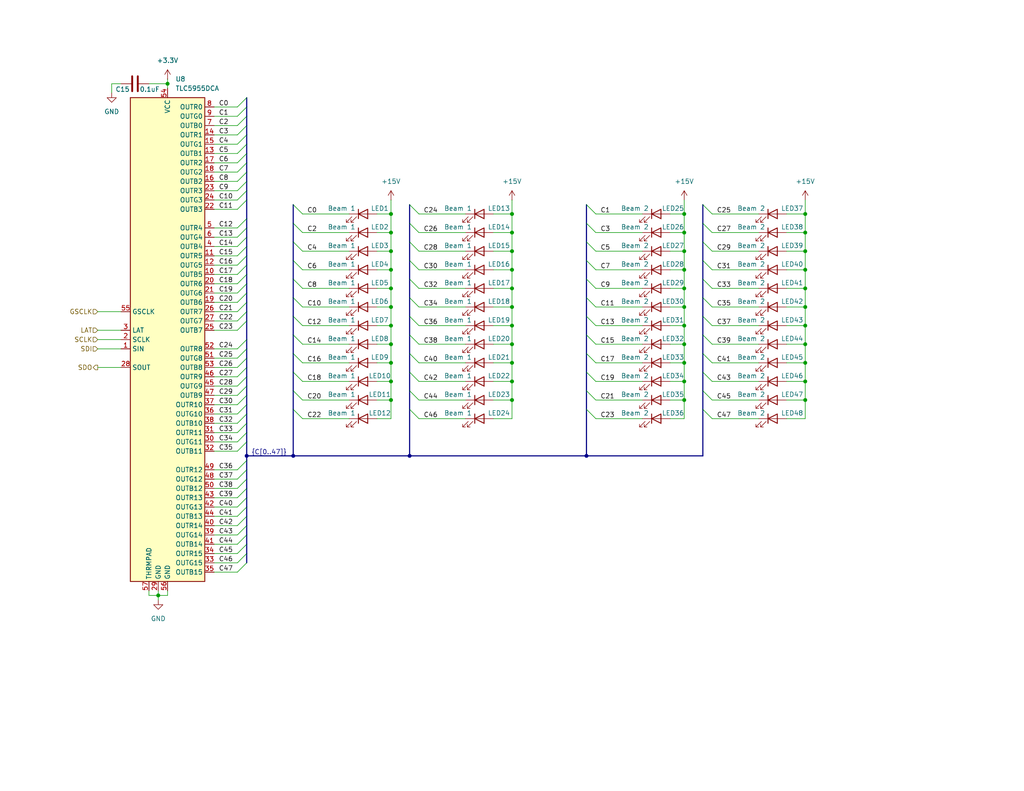
<source format=kicad_sch>
(kicad_sch (version 20250114) (generator "eeschema") (generator_version "9.0")
  (paper "USLetter")
  (lib_symbols
    (symbol "Device:C" (pin_numbers (hide yes)) (pin_names (offset 0.254))
      (property "Reference" "C" (at 0.635 2.54 0))
      (property "Value" "C" (at 0.635 -2.54 0))
      (symbol "C_0_1"
        (polyline (pts (xy -2.032 0.762) (xy 2.032 0.762)) (stroke (width 0.508)))
        (polyline (pts (xy -2.032 -0.762) (xy 2.032 -0.762)) (stroke (width 0.508)))
      )
      (symbol "C_1_1"
        (pin passive line (at 0 3.81 270) (length 2.794) (name "~") (number "1"))
        (pin passive line (at 0 -3.81 90) (length 2.794) (name "~") (number "2"))
      )
    )
    (symbol "Device:LED" (pin_numbers (hide yes)) (pin_names (offset 1.016) (hide yes))
      (property "Reference" "D" (at 0 2.54 0))
      (property "Value" "LED" (at 0 -2.54 0))
      (symbol "LED_0_1"
        (polyline (pts (xy -3.048 -0.762) (xy -4.572 -2.286) (xy -3.81 -2.286) (xy -4.572 -2.286) (xy -4.572 -1.524)))
        (polyline (pts (xy -1.778 -0.762) (xy -3.302 -2.286) (xy -2.54 -2.286) (xy -3.302 -2.286) (xy -3.302 -1.524)))
        (polyline (pts (xy -1.27 0) (xy 1.27 0)))
        (polyline (pts (xy -1.27 -1.27) (xy -1.27 1.27)) (stroke (width 0.254)))
        (polyline (pts (xy 1.27 -1.27) (xy 1.27 1.27) (xy -1.27 0) (xy 1.27 -1.27)) (stroke (width 0.254)))
      )
      (symbol "LED_1_1"
        (pin passive line (at -3.81 0 0) (length 2.54) (name "K") (number "1"))
        (pin passive line (at 3.81 0 180) (length 2.54) (name "A") (number "2"))
      )
    )
    (symbol "power:+15V" (power) (pin_numbers (hide yes)) (pin_names (offset 0) (hide yes))
      (property "Value" "+15V" (at 0 3.556 0))
      (symbol "+15V_0_1"
        (polyline (pts (xy -0.762 1.27) (xy 0 2.54)))
        (polyline (pts (xy 0 2.54) (xy 0.762 1.27)))
        (polyline (pts (xy 0 0) (xy 0 2.54)))
      )
      (symbol "+15V_1_1"
        (pin power_in line (at 0 0 90) (length 0) (name "~") (number "1"))
      )
    )
    (symbol "power:+3.3V" (power) (pin_numbers (hide yes)) (pin_names (offset 0) (hide yes))
      (property "Value" "+3.3V" (at 0 3.556 0))
      (symbol "+3.3V_0_1"
        (polyline (pts (xy -0.762 1.27) (xy 0 2.54)))
        (polyline (pts (xy 0 2.54) (xy 0.762 1.27)))
        (polyline (pts (xy 0 0) (xy 0 2.54)))
      )
      (symbol "+3.3V_1_1"
        (pin power_in line (at 0 0 90) (length 0) (name "~") (number "1"))
      )
    )
    (symbol "power:GND" (power) (pin_numbers (hide yes)) (pin_names (offset 0) (hide yes))
      (property "Value" "GND" (at 0 -3.81 0))
      (symbol "GND_0_1"
        (polyline (pts (xy 0 0) (xy 0 -1.27) (xy 1.27 -1.27) (xy 0 -2.54) (xy -1.27 -1.27) (xy 0 -1.27)))
      )
      (symbol "GND_1_1"
        (pin power_in line (at 0 0 270) (length 0) (name "~") (number "1"))
      )
    )
    (symbol "sen_Driver_LED:TLC5955DCA"
      (property "Reference" "U" (at 2.54 67.31 0))
      (property "Value" "TLC5955DCA" (at 3.302 -67.31 0))
      (symbol "TLC5955DCA_0_1"
        (rectangle (start -10.16 66.04) (end 10.16 -66.04) (stroke (width 0.254)) (fill (type background)))
        (pin open_collector line (at 12.7 63.5 180) (length 2.54) (name "OUTR0") (number "8"))
        (pin open_collector line (at 12.7 60.96 180) (length 2.54) (name "OUTG0") (number "9"))
        (pin open_collector line (at 12.7 55.88 180) (length 2.54) (name "OUTR1") (number "14"))
        (pin open_collector line (at 12.7 53.34 180) (length 2.54) (name "OUTG1") (number "15"))
        (pin open_collector line (at 12.7 50.8 180) (length 2.54) (name "OUTB1") (number "13"))
        (pin open_collector line (at 12.7 48.26 180) (length 2.54) (name "OUTR2") (number "17"))
        (pin open_collector line (at 12.7 45.72 180) (length 2.54) (name "OUTG2") (number "18"))
        (pin open_collector line (at 12.7 43.18 180) (length 2.54) (name "OUTB2") (number "16"))
        (pin open_collector line (at 12.7 40.64 180) (length 2.54) (name "OUTR3") (number "23"))
        (pin open_collector line (at 12.7 38.1 180) (length 2.54) (name "OUTG3") (number "24"))
        (pin open_collector line (at 12.7 35.56 180) (length 2.54) (name "OUTB3") (number "22"))
        (pin open_collector line (at 12.7 22.86 180) (length 2.54) (name "OUTR5") (number "11"))
        (pin open_collector line (at 12.7 20.32 180) (length 2.54) (name "OUTG5") (number "12"))
        (pin open_collector line (at 12.7 17.78 180) (length 2.54) (name "OUTB5") (number "10"))
        (pin open_collector line (at 12.7 15.24 180) (length 2.54) (name "OUTR6") (number "20"))
        (pin open_collector line (at 12.7 12.7 180) (length 2.54) (name "OUTG6") (number "21"))
        (pin open_collector line (at 12.7 10.16 180) (length 2.54) (name "OUTB6") (number "19"))
        (pin open_collector line (at 12.7 7.62 180) (length 2.54) (name "OUTR7") (number "26"))
        (pin open_collector line (at 12.7 5.08 180) (length 2.54) (name "OUTG7") (number "27"))
        (pin open_collector line (at 12.7 2.54 180) (length 2.54) (name "OUTB7") (number "25"))
        (pin open_collector line (at 12.7 -2.54 180) (length 2.54) (name "OUTR8") (number "52"))
        (pin open_collector line (at 12.7 -5.08 180) (length 2.54) (name "OUTG8") (number "51"))
        (pin open_collector line (at 12.7 -7.62 180) (length 2.54) (name "OUTB8") (number "53"))
        (pin open_collector line (at 12.7 -10.16 180) (length 2.54) (name "OUTR9") (number "46"))
        (pin open_collector line (at 12.7 -12.7 180) (length 2.54) (name "OUTG9") (number "45"))
        (pin open_collector line (at 12.7 -15.24 180) (length 2.54) (name "OUTB9") (number "47"))
        (pin open_collector line (at 12.7 -17.78 180) (length 2.54) (name "OUTR10") (number "37"))
        (pin open_collector line (at 12.7 -20.32 180) (length 2.54) (name "OUTG10") (number "36"))
        (pin open_collector line (at 12.7 -22.86 180) (length 2.54) (name "OUTB10") (number "38"))
        (pin open_collector line (at 12.7 -25.4 180) (length 2.54) (name "OUTR11") (number "31"))
        (pin open_collector line (at 12.7 -27.94 180) (length 2.54) (name "OUTG11") (number "30"))
        (pin open_collector line (at 12.7 -30.48 180) (length 2.54) (name "OUTB11") (number "32"))
        (pin open_collector line (at 12.7 -35.56 180) (length 2.54) (name "OUTR12") (number "49"))
        (pin open_collector line (at 12.7 -38.1 180) (length 2.54) (name "OUTG12") (number "48"))
        (pin open_collector line (at 12.7 -40.64 180) (length 2.54) (name "OUTB12") (number "50"))
        (pin open_collector line (at 12.7 -43.18 180) (length 2.54) (name "OUTR13") (number "43"))
        (pin open_collector line (at 12.7 -45.72 180) (length 2.54) (name "OUTG13") (number "42"))
        (pin open_collector line (at 12.7 -48.26 180) (length 2.54) (name "OUTB13") (number "44"))
        (pin open_collector line (at 12.7 -50.8 180) (length 2.54) (name "OUTR14") (number "40"))
        (pin open_collector line (at 12.7 -53.34 180) (length 2.54) (name "OUTG14") (number "39"))
        (pin open_collector line (at 12.7 -55.88 180) (length 2.54) (name "OUTB14") (number "41"))
        (pin open_collector line (at 12.7 -58.42 180) (length 2.54) (name "OUTR15") (number "34"))
        (pin open_collector line (at 12.7 -60.96 180) (length 2.54) (name "OUTG15") (number "33"))
        (pin open_collector line (at 12.7 -63.5 180) (length 2.54) (name "OUTB15") (number "35"))
      )
      (symbol "TLC5955DCA_1_1"
        (pin input line (at -12.7 7.62 0) (length 2.54) (name "GSCLK") (number "55"))
        (pin input line (at -12.7 2.54 0) (length 2.54) (name "LAT") (number "3"))
        (pin input line (at -12.7 0 0) (length 2.54) (name "SCLK") (number "2"))
        (pin input line (at -12.7 -2.54 0) (length 2.54) (name "SIN") (number "1"))
        (pin output line (at -12.7 -7.62 0) (length 2.54) (name "SOUT") (number "28"))
        (pin power_in line (at -5.08 -68.58 90) (length 2.54) (name "THRMPAD") (number "57"))
        (pin power_in line (at -2.54 -68.58 90) (length 2.54) (name "GND") (number "29"))
        (pin power_in line (at 0 68.58 270) (length 2.54) (name "VCC") (number "54"))
        (pin power_in line (at 0 -68.58 90) (length 2.54) (name "GND") (number "56"))
        (pin open_collector line (at 12.7 58.42 180) (length 2.54) (name "OUTB0") (number "7"))
        (pin open_collector line (at 12.7 30.48 180) (length 2.54) (name "OUTR4") (number "5"))
        (pin open_collector line (at 12.7 27.94 180) (length 2.54) (name "OUTG4") (number "6"))
        (pin open_collector line (at 12.7 25.4 180) (length 2.54) (name "OUTB4") (number "4"))
      )
    )
  )
  (junction (at 219.71 93.98))
  (junction (at 139.7 93.98))
  (junction (at 106.68 104.14))
  (junction (at 139.7 104.14))
  (junction (at 45.72 22.86))
  (junction (at 219.71 73.66))
  (junction (at 106.68 73.66))
  (junction (at 186.69 109.22))
  (junction (at 139.7 78.74))
  (junction (at 106.68 58.42))
  (junction (at 160.02 124.46))
  (junction (at 106.68 99.06))
  (junction (at 139.7 109.22))
  (junction (at 139.7 58.42))
  (junction (at 80.01 124.46))
  (junction (at 106.68 93.98))
  (junction (at 106.68 68.58))
  (junction (at 186.69 68.58))
  (junction (at 186.69 58.42))
  (junction (at 111.76 124.46))
  (junction (at 219.71 63.5))
  (junction (at 106.68 78.74))
  (junction (at 67.31 124.46))
  (junction (at 186.69 93.98))
  (junction (at 186.69 83.82))
  (junction (at 219.71 109.22))
  (junction (at 186.69 99.06))
  (junction (at 139.7 73.66))
  (junction (at 219.71 58.42))
  (junction (at 43.18 162.56))
  (junction (at 219.71 78.74))
  (junction (at 219.71 104.14))
  (junction (at 219.71 83.82))
  (junction (at 139.7 68.58))
  (junction (at 186.69 73.66))
  (junction (at 139.7 99.06))
  (junction (at 139.7 83.82))
  (junction (at 139.7 88.9))
  (junction (at 186.69 104.14))
  (junction (at 186.69 78.74))
  (junction (at 106.68 63.5))
  (junction (at 139.7 63.5))
  (junction (at 106.68 88.9))
  (junction (at 186.69 63.5))
  (junction (at 106.68 109.22))
  (junction (at 106.68 83.82))
  (junction (at 219.71 68.58))
  (junction (at 186.69 88.9))
  (junction (at 219.71 88.9))
  (junction (at 219.71 99.06))
  (bus_entry (at 67.31 69.85) (size -2.54 2.54))
  (bus_entry (at 67.31 115.57) (size -2.54 2.54))
  (bus_entry (at 67.31 102.87) (size -2.54 2.54))
  (bus_entry (at 82.55 58.42) (size -2.54 -2.54))
  (bus_entry (at 67.31 74.93) (size -2.54 2.54))
  (bus_entry (at 67.31 87.63) (size -2.54 2.54))
  (bus_entry (at 67.31 151.13) (size -2.54 2.54))
  (bus_entry (at 67.31 107.95) (size -2.54 2.54))
  (bus_entry (at 114.3 88.9) (size -2.54 -2.54))
  (bus_entry (at 162.56 73.66) (size -2.54 -2.54))
  (bus_entry (at 114.3 99.06) (size -2.54 -2.54))
  (bus_entry (at 67.31 118.11) (size -2.54 2.54))
  (bus_entry (at 67.31 77.47) (size -2.54 2.54))
  (bus_entry (at 82.55 114.3) (size -2.54 -2.54))
  (bus_entry (at 114.3 58.42) (size -2.54 -2.54))
  (bus_entry (at 194.31 99.06) (size -2.54 -2.54))
  (bus_entry (at 82.55 83.82) (size -2.54 -2.54))
  (bus_entry (at 67.31 100.33) (size -2.54 2.54))
  (bus_entry (at 82.55 104.14) (size -2.54 -2.54))
  (bus_entry (at 194.31 114.3) (size -2.54 -2.54))
  (bus_entry (at 162.56 63.5) (size -2.54 -2.54))
  (bus_entry (at 67.31 110.49) (size -2.54 2.54))
  (bus_entry (at 67.31 72.39) (size -2.54 2.54))
  (bus_entry (at 67.31 130.81) (size -2.54 2.54))
  (bus_entry (at 114.3 78.74) (size -2.54 -2.54))
  (bus_entry (at 114.3 114.3) (size -2.54 -2.54))
  (bus_entry (at 114.3 73.66) (size -2.54 -2.54))
  (bus_entry (at 67.31 54.61) (size -2.54 2.54))
  (bus_entry (at 82.55 93.98) (size -2.54 -2.54))
  (bus_entry (at 82.55 109.22) (size -2.54 -2.54))
  (bus_entry (at 67.31 135.89) (size -2.54 2.54))
  (bus_entry (at 67.31 64.77) (size -2.54 2.54))
  (bus_entry (at 194.31 88.9) (size -2.54 -2.54))
  (bus_entry (at 194.31 104.14) (size -2.54 -2.54))
  (bus_entry (at 114.3 109.22) (size -2.54 -2.54))
  (bus_entry (at 67.31 62.23) (size -2.54 2.54))
  (bus_entry (at 67.31 80.01) (size -2.54 2.54))
  (bus_entry (at 67.31 105.41) (size -2.54 2.54))
  (bus_entry (at 162.56 78.74) (size -2.54 -2.54))
  (bus_entry (at 194.31 68.58) (size -2.54 -2.54))
  (bus_entry (at 194.31 109.22) (size -2.54 -2.54))
  (bus_entry (at 67.31 29.21) (size -2.54 2.54))
  (bus_entry (at 67.31 26.67) (size -2.54 2.54))
  (bus_entry (at 67.31 44.45) (size -2.54 2.54))
  (bus_entry (at 67.31 148.59) (size -2.54 2.54))
  (bus_entry (at 67.31 153.67) (size -2.54 2.54))
  (bus_entry (at 82.55 68.58) (size -2.54 -2.54))
  (bus_entry (at 162.56 88.9) (size -2.54 -2.54))
  (bus_entry (at 194.31 83.82) (size -2.54 -2.54))
  (bus_entry (at 67.31 125.73) (size -2.54 2.54))
  (bus_entry (at 82.55 88.9) (size -2.54 -2.54))
  (bus_entry (at 82.55 73.66) (size -2.54 -2.54))
  (bus_entry (at 194.31 93.98) (size -2.54 -2.54))
  (bus_entry (at 67.31 92.71) (size -2.54 2.54))
  (bus_entry (at 67.31 41.91) (size -2.54 2.54))
  (bus_entry (at 67.31 67.31) (size -2.54 2.54))
  (bus_entry (at 67.31 133.35) (size -2.54 2.54))
  (bus_entry (at 162.56 109.22) (size -2.54 -2.54))
  (bus_entry (at 162.56 104.14) (size -2.54 -2.54))
  (bus_entry (at 114.3 104.14) (size -2.54 -2.54))
  (bus_entry (at 67.31 39.37) (size -2.54 2.54))
  (bus_entry (at 114.3 63.5) (size -2.54 -2.54))
  (bus_entry (at 67.31 36.83) (size -2.54 2.54))
  (bus_entry (at 82.55 78.74) (size -2.54 -2.54))
  (bus_entry (at 162.56 83.82) (size -2.54 -2.54))
  (bus_entry (at 67.31 143.51) (size -2.54 2.54))
  (bus_entry (at 67.31 46.99) (size -2.54 2.54))
  (bus_entry (at 162.56 68.58) (size -2.54 -2.54))
  (bus_entry (at 67.31 85.09) (size -2.54 2.54))
  (bus_entry (at 67.31 128.27) (size -2.54 2.54))
  (bus_entry (at 67.31 59.69) (size -2.54 2.54))
  (bus_entry (at 67.31 138.43) (size -2.54 2.54))
  (bus_entry (at 114.3 83.82) (size -2.54 -2.54))
  (bus_entry (at 114.3 68.58) (size -2.54 -2.54))
  (bus_entry (at 67.31 34.29) (size -2.54 2.54))
  (bus_entry (at 162.56 99.06) (size -2.54 -2.54))
  (bus_entry (at 67.31 140.97) (size -2.54 2.54))
  (bus_entry (at 114.3 93.98) (size -2.54 -2.54))
  (bus_entry (at 67.31 95.25) (size -2.54 2.54))
  (bus_entry (at 82.55 63.5) (size -2.54 -2.54))
  (bus_entry (at 162.56 58.42) (size -2.54 -2.54))
  (bus_entry (at 162.56 114.3) (size -2.54 -2.54))
  (bus_entry (at 67.31 120.65) (size -2.54 2.54))
  (bus_entry (at 67.31 97.79) (size -2.54 2.54))
  (bus_entry (at 194.31 58.42) (size -2.54 -2.54))
  (bus_entry (at 67.31 31.75) (size -2.54 2.54))
  (bus_entry (at 67.31 146.05) (size -2.54 2.54))
  (bus_entry (at 67.31 52.07) (size -2.54 2.54))
  (bus_entry (at 67.31 82.55) (size -2.54 2.54))
  (bus_entry (at 67.31 113.03) (size -2.54 2.54))
  (bus_entry (at 67.31 49.53) (size -2.54 2.54))
  (bus_entry (at 82.55 99.06) (size -2.54 -2.54))
  (bus_entry (at 194.31 78.74) (size -2.54 -2.54))
  (bus_entry (at 194.31 63.5) (size -2.54 -2.54))
  (bus_entry (at 162.56 93.98) (size -2.54 -2.54))
  (bus_entry (at 194.31 73.66) (size -2.54 -2.54))
  (bus (pts (xy 191.77 106.68) (xy 191.77 111.76)))
  (wire (pts (xy 30.48 22.86) (xy 33.02 22.86)))
  (wire (pts (xy 58.42 82.55) (xy 64.77 82.55)))
  (wire (pts (xy 139.7 88.9) (xy 139.7 83.82)))
  (wire (pts (xy 162.56 99.06) (xy 175.26 99.06)))
  (wire (pts (xy 139.7 83.82) (xy 139.7 78.74)))
  (bus (pts (xy 111.76 111.76) (xy 111.76 124.46)))
  (wire (pts (xy 58.42 97.79) (xy 64.77 97.79)))
  (wire (pts (xy 186.69 68.58) (xy 186.69 63.5)))
  (bus (pts (xy 67.31 102.87) (xy 67.31 105.41)))
  (wire (pts (xy 162.56 83.82) (xy 175.26 83.82)))
  (wire (pts (xy 186.69 83.82) (xy 186.69 78.74)))
  (bus (pts (xy 111.76 106.68) (xy 111.76 111.76)))
  (wire (pts (xy 134.62 99.06) (xy 139.7 99.06)))
  (bus (pts (xy 160.02 86.36) (xy 160.02 91.44)))
  (wire (pts (xy 214.63 114.3) (xy 219.71 114.3)))
  (wire (pts (xy 58.42 146.05) (xy 64.77 146.05)))
  (wire (pts (xy 58.42 128.27) (xy 64.77 128.27)))
  (bus (pts (xy 191.77 71.12) (xy 191.77 76.2)))
  (wire (pts (xy 106.68 99.06) (xy 106.68 93.98)))
  (wire (pts (xy 40.64 162.56) (xy 43.18 162.56)))
  (wire (pts (xy 114.3 68.58) (xy 127 68.58)))
  (bus (pts (xy 67.31 29.21) (xy 67.31 31.75)))
  (bus (pts (xy 67.31 120.65) (xy 67.31 124.46)))
  (wire (pts (xy 58.42 52.07) (xy 64.77 52.07)))
  (wire (pts (xy 219.71 93.98) (xy 219.71 88.9)))
  (wire (pts (xy 58.42 74.93) (xy 64.77 74.93)))
  (wire (pts (xy 134.62 63.5) (xy 139.7 63.5)))
  (wire (pts (xy 58.42 67.31) (xy 64.77 67.31)))
  (wire (pts (xy 114.3 104.14) (xy 127 104.14)))
  (wire (pts (xy 58.42 57.15) (xy 64.77 57.15)))
  (bus (pts (xy 80.01 86.36) (xy 80.01 91.44)))
  (bus (pts (xy 111.76 81.28) (xy 111.76 86.36)))
  (wire (pts (xy 162.56 104.14) (xy 175.26 104.14)))
  (bus (pts (xy 67.31 97.79) (xy 67.31 100.33)))
  (wire (pts (xy 106.68 83.82) (xy 106.68 78.74)))
  (wire (pts (xy 134.62 114.3) (xy 139.7 114.3)))
  (wire (pts (xy 45.72 162.56) (xy 45.72 161.29)))
  (bus (pts (xy 67.31 26.67) (xy 67.31 29.21)))
  (wire (pts (xy 58.42 31.75) (xy 64.77 31.75)))
  (wire (pts (xy 58.42 62.23) (xy 64.77 62.23)))
  (bus (pts (xy 67.31 41.91) (xy 67.31 44.45)))
  (wire (pts (xy 139.7 109.22) (xy 139.7 104.14)))
  (wire (pts (xy 134.62 58.42) (xy 139.7 58.42)))
  (wire (pts (xy 139.7 63.5) (xy 139.7 58.42)))
  (bus (pts (xy 160.02 81.28) (xy 160.02 86.36)))
  (wire (pts (xy 182.88 93.98) (xy 186.69 93.98)))
  (bus (pts (xy 67.31 64.77) (xy 67.31 67.31)))
  (wire (pts (xy 58.42 107.95) (xy 64.77 107.95)))
  (bus (pts (xy 80.01 124.46) (xy 111.76 124.46)))
  (wire (pts (xy 58.42 138.43) (xy 64.77 138.43)))
  (wire (pts (xy 186.69 93.98) (xy 186.69 88.9)))
  (bus (pts (xy 160.02 96.52) (xy 160.02 101.6)))
  (wire (pts (xy 162.56 78.74) (xy 175.26 78.74)))
  (wire (pts (xy 106.68 114.3) (xy 106.68 109.22)))
  (wire (pts (xy 43.18 161.29) (xy 43.18 162.56)))
  (bus (pts (xy 67.31 125.73) (xy 67.31 128.27)))
  (wire (pts (xy 186.69 78.74) (xy 186.69 73.66)))
  (wire (pts (xy 114.3 88.9) (xy 127 88.9)))
  (wire (pts (xy 43.18 162.56) (xy 43.18 163.83)))
  (wire (pts (xy 58.42 130.81) (xy 64.77 130.81)))
  (bus (pts (xy 111.76 60.96) (xy 111.76 66.04)))
  (wire (pts (xy 219.71 78.74) (xy 219.71 73.66)))
  (wire (pts (xy 58.42 29.21) (xy 64.77 29.21)))
  (wire (pts (xy 102.87 88.9) (xy 106.68 88.9)))
  (wire (pts (xy 194.31 99.06) (xy 207.01 99.06)))
  (wire (pts (xy 219.71 99.06) (xy 219.71 93.98)))
  (bus (pts (xy 80.01 60.96) (xy 80.01 66.04)))
  (wire (pts (xy 114.3 63.5) (xy 127 63.5)))
  (wire (pts (xy 214.63 78.74) (xy 219.71 78.74)))
  (bus (pts (xy 67.31 110.49) (xy 67.31 113.03)))
  (wire (pts (xy 134.62 109.22) (xy 139.7 109.22)))
  (bus (pts (xy 67.31 130.81) (xy 67.31 133.35)))
  (wire (pts (xy 82.55 68.58) (xy 95.25 68.58)))
  (bus (pts (xy 160.02 106.68) (xy 160.02 111.76)))
  (wire (pts (xy 58.42 148.59) (xy 64.77 148.59)))
  (wire (pts (xy 26.67 95.25) (xy 33.02 95.25)))
  (bus (pts (xy 67.31 133.35) (xy 67.31 135.89)))
  (wire (pts (xy 219.71 73.66) (xy 219.71 68.58)))
  (bus (pts (xy 67.31 36.83) (xy 67.31 39.37)))
  (bus (pts (xy 67.31 54.61) (xy 67.31 59.69)))
  (bus (pts (xy 80.01 96.52) (xy 80.01 101.6)))
  (bus (pts (xy 191.77 76.2) (xy 191.77 81.28)))
  (wire (pts (xy 182.88 73.66) (xy 186.69 73.66)))
  (bus (pts (xy 191.77 86.36) (xy 191.77 91.44)))
  (wire (pts (xy 182.88 63.5) (xy 186.69 63.5)))
  (bus (pts (xy 67.31 115.57) (xy 67.31 118.11)))
  (wire (pts (xy 82.55 99.06) (xy 95.25 99.06)))
  (bus (pts (xy 67.31 135.89) (xy 67.31 138.43)))
  (wire (pts (xy 106.68 78.74) (xy 106.68 73.66)))
  (bus (pts (xy 80.01 71.12) (xy 80.01 76.2)))
  (wire (pts (xy 58.42 140.97) (xy 64.77 140.97)))
  (wire (pts (xy 82.55 109.22) (xy 95.25 109.22)))
  (bus (pts (xy 111.76 96.52) (xy 111.76 101.6)))
  (bus (pts (xy 67.31 34.29) (xy 67.31 36.83)))
  (wire (pts (xy 58.42 110.49) (xy 64.77 110.49)))
  (wire (pts (xy 102.87 109.22) (xy 106.68 109.22)))
  (wire (pts (xy 102.87 104.14) (xy 106.68 104.14)))
  (wire (pts (xy 139.7 104.14) (xy 139.7 99.06)))
  (bus (pts (xy 67.31 151.13) (xy 67.31 153.67)))
  (wire (pts (xy 219.71 63.5) (xy 219.71 58.42)))
  (wire (pts (xy 214.63 68.58) (xy 219.71 68.58)))
  (bus (pts (xy 191.77 60.96) (xy 191.77 66.04)))
  (wire (pts (xy 58.42 100.33) (xy 64.77 100.33)))
  (wire (pts (xy 182.88 99.06) (xy 186.69 99.06)))
  (wire (pts (xy 82.55 58.42) (xy 95.25 58.42)))
  (wire (pts (xy 58.42 41.91) (xy 64.77 41.91)))
  (wire (pts (xy 58.42 143.51) (xy 64.77 143.51)))
  (wire (pts (xy 58.42 87.63) (xy 64.77 87.63)))
  (wire (pts (xy 134.62 68.58) (xy 139.7 68.58)))
  (bus (pts (xy 160.02 66.04) (xy 160.02 71.12)))
  (bus (pts (xy 191.77 91.44) (xy 191.77 96.52)))
  (wire (pts (xy 82.55 104.14) (xy 95.25 104.14)))
  (bus (pts (xy 67.31 44.45) (xy 67.31 46.99)))
  (wire (pts (xy 58.42 77.47) (xy 64.77 77.47)))
  (wire (pts (xy 194.31 104.14) (xy 207.01 104.14)))
  (wire (pts (xy 82.55 88.9) (xy 95.25 88.9)))
  (bus (pts (xy 111.76 91.44) (xy 111.76 96.52)))
  (wire (pts (xy 194.31 114.3) (xy 207.01 114.3)))
  (wire (pts (xy 194.31 83.82) (xy 207.01 83.82)))
  (bus (pts (xy 67.31 128.27) (xy 67.31 130.81)))
  (wire (pts (xy 82.55 93.98) (xy 95.25 93.98)))
  (bus (pts (xy 67.31 143.51) (xy 67.31 146.05)))
  (bus (pts (xy 111.76 76.2) (xy 111.76 81.28)))
  (bus (pts (xy 67.31 85.09) (xy 67.31 87.63)))
  (wire (pts (xy 162.56 109.22) (xy 175.26 109.22)))
  (wire (pts (xy 82.55 83.82) (xy 95.25 83.82)))
  (wire (pts (xy 58.42 105.41) (xy 64.77 105.41)))
  (wire (pts (xy 40.64 22.86) (xy 45.72 22.86)))
  (bus (pts (xy 67.31 124.46) (xy 67.31 125.73)))
  (bus (pts (xy 111.76 86.36) (xy 111.76 91.44)))
  (wire (pts (xy 58.42 85.09) (xy 64.77 85.09)))
  (bus (pts (xy 67.31 39.37) (xy 67.31 41.91)))
  (wire (pts (xy 58.42 44.45) (xy 64.77 44.45)))
  (bus (pts (xy 67.31 95.25) (xy 67.31 97.79)))
  (wire (pts (xy 114.3 83.82) (xy 127 83.82)))
  (wire (pts (xy 114.3 99.06) (xy 127 99.06)))
  (wire (pts (xy 134.62 104.14) (xy 139.7 104.14)))
  (wire (pts (xy 58.42 113.03) (xy 64.77 113.03)))
  (bus (pts (xy 67.31 59.69) (xy 67.31 62.23)))
  (wire (pts (xy 26.67 100.33) (xy 33.02 100.33)))
  (wire (pts (xy 182.88 78.74) (xy 186.69 78.74)))
  (wire (pts (xy 102.87 78.74) (xy 106.68 78.74)))
  (wire (pts (xy 40.64 161.29) (xy 40.64 162.56)))
  (wire (pts (xy 58.42 80.01) (xy 64.77 80.01)))
  (bus (pts (xy 160.02 111.76) (xy 160.02 124.46)))
  (wire (pts (xy 106.68 104.14) (xy 106.68 99.06)))
  (wire (pts (xy 182.88 58.42) (xy 186.69 58.42)))
  (bus (pts (xy 191.77 101.6) (xy 191.77 106.68)))
  (wire (pts (xy 194.31 93.98) (xy 207.01 93.98)))
  (wire (pts (xy 102.87 99.06) (xy 106.68 99.06)))
  (wire (pts (xy 134.62 78.74) (xy 139.7 78.74)))
  (wire (pts (xy 219.71 109.22) (xy 219.71 104.14)))
  (wire (pts (xy 219.71 88.9) (xy 219.71 83.82)))
  (wire (pts (xy 186.69 63.5) (xy 186.69 58.42)))
  (wire (pts (xy 102.87 68.58) (xy 106.68 68.58)))
  (bus (pts (xy 67.31 46.99) (xy 67.31 49.53)))
  (bus (pts (xy 67.31 140.97) (xy 67.31 143.51)))
  (wire (pts (xy 58.42 115.57) (xy 64.77 115.57)))
  (wire (pts (xy 162.56 63.5) (xy 175.26 63.5)))
  (wire (pts (xy 162.56 93.98) (xy 175.26 93.98)))
  (bus (pts (xy 67.31 62.23) (xy 67.31 64.77)))
  (wire (pts (xy 186.69 104.14) (xy 186.69 99.06)))
  (bus (pts (xy 160.02 60.96) (xy 160.02 66.04)))
  (wire (pts (xy 102.87 73.66) (xy 106.68 73.66)))
  (wire (pts (xy 214.63 99.06) (xy 219.71 99.06)))
  (wire (pts (xy 58.42 46.99) (xy 64.77 46.99)))
  (wire (pts (xy 182.88 104.14) (xy 186.69 104.14)))
  (bus (pts (xy 67.31 146.05) (xy 67.31 148.59)))
  (bus (pts (xy 67.31 113.03) (xy 67.31 115.57)))
  (bus (pts (xy 80.01 101.6) (xy 80.01 106.68)))
  (wire (pts (xy 182.88 114.3) (xy 186.69 114.3)))
  (wire (pts (xy 58.42 49.53) (xy 64.77 49.53)))
  (bus (pts (xy 67.31 49.53) (xy 67.31 52.07)))
  (wire (pts (xy 134.62 83.82) (xy 139.7 83.82)))
  (wire (pts (xy 186.69 54.61) (xy 186.69 58.42)))
  (bus (pts (xy 160.02 55.88) (xy 160.02 60.96)))
  (wire (pts (xy 194.31 58.42) (xy 207.01 58.42)))
  (bus (pts (xy 80.01 106.68) (xy 80.01 111.76)))
  (wire (pts (xy 106.68 68.58) (xy 106.68 63.5)))
  (bus (pts (xy 111.76 66.04) (xy 111.76 71.12)))
  (wire (pts (xy 194.31 78.74) (xy 207.01 78.74)))
  (wire (pts (xy 162.56 73.66) (xy 175.26 73.66)))
  (wire (pts (xy 114.3 78.74) (xy 127 78.74)))
  (wire (pts (xy 182.88 109.22) (xy 186.69 109.22)))
  (bus (pts (xy 160.02 124.46) (xy 191.77 124.46)))
  (wire (pts (xy 219.71 104.14) (xy 219.71 99.06)))
  (wire (pts (xy 58.42 72.39) (xy 64.77 72.39)))
  (bus (pts (xy 160.02 91.44) (xy 160.02 96.52)))
  (bus (pts (xy 191.77 81.28) (xy 191.77 86.36)))
  (wire (pts (xy 114.3 114.3) (xy 127 114.3)))
  (bus (pts (xy 67.31 92.71) (xy 67.31 95.25)))
  (bus (pts (xy 111.76 71.12) (xy 111.76 76.2)))
  (wire (pts (xy 58.42 34.29) (xy 64.77 34.29)))
  (wire (pts (xy 58.42 102.87) (xy 64.77 102.87)))
  (wire (pts (xy 182.88 68.58) (xy 186.69 68.58)))
  (bus (pts (xy 80.01 91.44) (xy 80.01 96.52)))
  (bus (pts (xy 80.01 111.76) (xy 80.01 124.46)))
  (wire (pts (xy 114.3 93.98) (xy 127 93.98)))
  (wire (pts (xy 26.67 85.09) (xy 33.02 85.09)))
  (bus (pts (xy 67.31 100.33) (xy 67.31 102.87)))
  (wire (pts (xy 45.72 22.86) (xy 45.72 24.13)))
  (wire (pts (xy 139.7 99.06) (xy 139.7 93.98)))
  (bus (pts (xy 191.77 66.04) (xy 191.77 71.12)))
  (bus (pts (xy 80.01 55.88) (xy 80.01 60.96)))
  (wire (pts (xy 182.88 88.9) (xy 186.69 88.9)))
  (wire (pts (xy 58.42 54.61) (xy 64.77 54.61)))
  (bus (pts (xy 67.31 124.46) (xy 80.01 124.46)))
  (wire (pts (xy 139.7 114.3) (xy 139.7 109.22)))
  (wire (pts (xy 58.42 118.11) (xy 64.77 118.11)))
  (bus (pts (xy 67.31 118.11) (xy 67.31 120.65)))
  (wire (pts (xy 102.87 58.42) (xy 106.68 58.42)))
  (bus (pts (xy 67.31 82.55) (xy 67.31 85.09)))
  (bus (pts (xy 80.01 66.04) (xy 80.01 71.12)))
  (wire (pts (xy 58.42 153.67) (xy 64.77 153.67)))
  (bus (pts (xy 67.31 52.07) (xy 67.31 54.61)))
  (wire (pts (xy 162.56 58.42) (xy 175.26 58.42)))
  (wire (pts (xy 82.55 73.66) (xy 95.25 73.66)))
  (bus (pts (xy 160.02 101.6) (xy 160.02 106.68)))
  (wire (pts (xy 186.69 73.66) (xy 186.69 68.58)))
  (wire (pts (xy 214.63 83.82) (xy 219.71 83.82)))
  (wire (pts (xy 106.68 54.61) (xy 106.68 58.42)))
  (wire (pts (xy 214.63 93.98) (xy 219.71 93.98)))
  (bus (pts (xy 67.31 107.95) (xy 67.31 110.49)))
  (wire (pts (xy 214.63 73.66) (xy 219.71 73.66)))
  (bus (pts (xy 67.31 69.85) (xy 67.31 72.39)))
  (bus (pts (xy 67.31 67.31) (xy 67.31 69.85)))
  (wire (pts (xy 219.71 68.58) (xy 219.71 63.5)))
  (bus (pts (xy 160.02 71.12) (xy 160.02 76.2)))
  (wire (pts (xy 162.56 114.3) (xy 175.26 114.3)))
  (wire (pts (xy 26.67 90.17) (xy 33.02 90.17)))
  (bus (pts (xy 67.31 74.93) (xy 67.31 77.47)))
  (wire (pts (xy 182.88 83.82) (xy 186.69 83.82)))
  (wire (pts (xy 219.71 54.61) (xy 219.71 58.42)))
  (bus (pts (xy 67.31 72.39) (xy 67.31 74.93)))
  (wire (pts (xy 134.62 93.98) (xy 139.7 93.98)))
  (wire (pts (xy 214.63 58.42) (xy 219.71 58.42)))
  (wire (pts (xy 58.42 123.19) (xy 64.77 123.19)))
  (wire (pts (xy 58.42 36.83) (xy 64.77 36.83)))
  (wire (pts (xy 58.42 120.65) (xy 64.77 120.65)))
  (wire (pts (xy 106.68 73.66) (xy 106.68 68.58)))
  (bus (pts (xy 67.31 105.41) (xy 67.31 107.95)))
  (bus (pts (xy 67.31 77.47) (xy 67.31 80.01)))
  (wire (pts (xy 194.31 68.58) (xy 207.01 68.58)))
  (wire (pts (xy 58.42 39.37) (xy 64.77 39.37)))
  (wire (pts (xy 102.87 93.98) (xy 106.68 93.98)))
  (wire (pts (xy 45.72 21.59) (xy 45.72 22.86)))
  (wire (pts (xy 162.56 68.58) (xy 175.26 68.58)))
  (wire (pts (xy 58.42 151.13) (xy 64.77 151.13)))
  (wire (pts (xy 58.42 90.17) (xy 64.77 90.17)))
  (bus (pts (xy 191.77 96.52) (xy 191.77 101.6)))
  (wire (pts (xy 58.42 135.89) (xy 64.77 135.89)))
  (wire (pts (xy 58.42 69.85) (xy 64.77 69.85)))
  (wire (pts (xy 139.7 93.98) (xy 139.7 88.9)))
  (wire (pts (xy 214.63 104.14) (xy 219.71 104.14)))
  (wire (pts (xy 30.48 25.4) (xy 30.48 22.86)))
  (wire (pts (xy 219.71 114.3) (xy 219.71 109.22)))
  (bus (pts (xy 67.31 87.63) (xy 67.31 92.71)))
  (bus (pts (xy 67.31 138.43) (xy 67.31 140.97)))
  (wire (pts (xy 194.31 109.22) (xy 207.01 109.22)))
  (wire (pts (xy 106.68 109.22) (xy 106.68 104.14)))
  (wire (pts (xy 82.55 78.74) (xy 95.25 78.74)))
  (wire (pts (xy 214.63 88.9) (xy 219.71 88.9)))
  (wire (pts (xy 43.18 162.56) (xy 45.72 162.56)))
  (bus (pts (xy 67.31 31.75) (xy 67.31 34.29)))
  (wire (pts (xy 219.71 83.82) (xy 219.71 78.74)))
  (bus (pts (xy 67.31 80.01) (xy 67.31 82.55)))
  (bus (pts (xy 67.31 148.59) (xy 67.31 151.13)))
  (wire (pts (xy 139.7 78.74) (xy 139.7 73.66)))
  (wire (pts (xy 139.7 54.61) (xy 139.7 58.42)))
  (wire (pts (xy 139.7 68.58) (xy 139.7 63.5)))
  (wire (pts (xy 58.42 156.21) (xy 64.77 156.21)))
  (wire (pts (xy 134.62 73.66) (xy 139.7 73.66)))
  (wire (pts (xy 58.42 64.77) (xy 64.77 64.77)))
  (wire (pts (xy 134.62 88.9) (xy 139.7 88.9)))
  (wire (pts (xy 106.68 93.98) (xy 106.68 88.9)))
  (wire (pts (xy 102.87 83.82) (xy 106.68 83.82)))
  (wire (pts (xy 186.69 109.22) (xy 186.69 104.14)))
  (wire (pts (xy 114.3 73.66) (xy 127 73.66)))
  (bus (pts (xy 191.77 111.76) (xy 191.77 124.46)))
  (wire (pts (xy 58.42 95.25) (xy 64.77 95.25)))
  (bus (pts (xy 80.01 76.2) (xy 80.01 81.28)))
  (wire (pts (xy 186.69 114.3) (xy 186.69 109.22)))
  (bus (pts (xy 111.76 101.6) (xy 111.76 106.68)))
  (wire (pts (xy 194.31 63.5) (xy 207.01 63.5)))
  (wire (pts (xy 194.31 88.9) (xy 207.01 88.9)))
  (wire (pts (xy 114.3 109.22) (xy 127 109.22)))
  (wire (pts (xy 102.87 63.5) (xy 106.68 63.5)))
  (wire (pts (xy 139.7 73.66) (xy 139.7 68.58)))
  (wire (pts (xy 106.68 63.5) (xy 106.68 58.42)))
  (wire (pts (xy 106.68 88.9) (xy 106.68 83.82)))
  (wire (pts (xy 162.56 88.9) (xy 175.26 88.9)))
  (wire (pts (xy 82.55 63.5) (xy 95.25 63.5)))
  (wire (pts (xy 82.55 114.3) (xy 95.25 114.3)))
  (wire (pts (xy 214.63 109.22) (xy 219.71 109.22)))
  (bus (pts (xy 191.77 55.88) (xy 191.77 60.96)))
  (bus (pts (xy 80.01 81.28) (xy 80.01 86.36)))
  (wire (pts (xy 102.87 114.3) (xy 106.68 114.3)))
  (wire (pts (xy 186.69 88.9) (xy 186.69 83.82)))
  (wire (pts (xy 194.31 73.66) (xy 207.01 73.66)))
  (wire (pts (xy 186.69 99.06) (xy 186.69 93.98)))
  (bus (pts (xy 111.76 55.88) (xy 111.76 60.96)))
  (wire (pts (xy 114.3 58.42) (xy 127 58.42)))
  (wire (pts (xy 214.63 63.5) (xy 219.71 63.5)))
  (bus (pts (xy 160.02 76.2) (xy 160.02 81.28)))
  (wire (pts (xy 58.42 133.35) (xy 64.77 133.35)))
  (bus (pts (xy 111.76 124.46) (xy 160.02 124.46)))
  (wire (pts (xy 26.67 92.71) (xy 33.02 92.71)))
  (label "C39" (at 195.58 93.98 0))
  (label "C9" (at 59.69 52.07 0))
  (label "C2" (at 59.69 34.29 0))
  (label "C12" (at 83.82 88.9 0))
  (label "C3" (at 163.83 63.5 0))
  (label "C8" (at 83.82 78.74 0))
  (label "C41" (at 195.58 99.06 0))
  (label "C30" (at 115.57 73.66 0))
  (label "C27" (at 195.58 63.5 0))
  (label "C32" (at 115.57 78.74 0))
  (label "C27" (at 59.69 102.87 0))
  (label "C25" (at 59.69 97.79 0))
  (label "C38" (at 115.57 93.98 0))
  (label "C47" (at 59.69 156.21 0))
  (label "C36" (at 59.69 128.27 0))
  (label "C0" (at 83.82 58.42 0))
  (label "C19" (at 163.83 104.14 0))
  (label "C17" (at 59.69 74.93 0))
  (label "C35" (at 195.58 83.82 0))
  (label "C41" (at 59.69 140.97 0))
  (label "C45" (at 59.69 151.13 0))
  (label "C39" (at 59.69 135.89 0))
  (label "C1" (at 163.83 58.42 0))
  (label "C3" (at 59.69 36.83 0))
  (label "C42" (at 59.69 143.51 0))
  (label "C2" (at 83.82 63.5 0))
  (label "C12" (at 59.69 62.23 0))
  (label "C47" (at 195.58 114.3 0))
  (label "C43" (at 59.69 146.05 0))
  (label "C44" (at 115.57 109.22 0))
  (label "C19" (at 59.69 80.01 0))
  (label "C32" (at 59.69 115.57 0))
  (label "C40" (at 59.69 138.43 0))
  (label "C9" (at 163.83 78.74 0))
  (label "C14" (at 59.69 67.31 0))
  (label "C30" (at 59.69 110.49 0))
  (label "C15" (at 59.69 69.85 0))
  (label "C35" (at 59.69 123.19 0))
  (label "C0" (at 59.69 29.21 0))
  (label "C31" (at 59.69 113.03 0))
  (label "C18" (at 83.82 104.14 0))
  (label "C46" (at 59.69 153.67 0))
  (label "C23" (at 59.69 90.17 0))
  (label "C7" (at 59.69 46.99 0))
  (label "C31" (at 195.58 73.66 0))
  (label "C7" (at 163.83 73.66 0))
  (label "C22" (at 83.82 114.3 0))
  (label "C8" (at 59.69 49.53 0))
  (label "C28" (at 59.69 105.41 0))
  (label "C28" (at 115.57 68.58 0))
  (label "{C[0..47]}" (at 68.58 124.46 0))
  (label "C4" (at 59.69 39.37 0))
  (label "C36" (at 115.57 88.9 0))
  (label "C26" (at 59.69 100.33 0))
  (label "C1" (at 59.69 31.75 0))
  (label "C5" (at 59.69 41.91 0))
  (label "C13" (at 163.83 88.9 0))
  (label "C10" (at 83.82 83.82 0))
  (label "C21" (at 59.69 85.09 0))
  (label "C24" (at 115.57 58.42 0))
  (label "C45" (at 195.58 109.22 0))
  (label "C26" (at 115.57 63.5 0))
  (label "C11" (at 163.83 83.82 0))
  (label "C20" (at 83.82 109.22 0))
  (label "C22" (at 59.69 87.63 0))
  (label "C37" (at 59.69 130.81 0))
  (label "C4" (at 83.82 68.58 0))
  (label "C43" (at 195.58 104.14 0))
  (label "C21" (at 163.83 109.22 0))
  (label "C23" (at 163.83 114.3 0))
  (label "C25" (at 195.58 58.42 0))
  (label "C11" (at 59.69 57.15 0))
  (label "C5" (at 163.83 68.58 0))
  (label "C13" (at 59.69 64.77 0))
  (label "C46" (at 115.57 114.3 0))
  (label "C15" (at 163.83 93.98 0))
  (label "C33" (at 195.58 78.74 0))
  (label "C29" (at 59.69 107.95 0))
  (label "C6" (at 59.69 44.45 0))
  (label "C37" (at 195.58 88.9 0))
  (label "C33" (at 59.69 118.11 0))
  (label "C20" (at 59.69 82.55 0))
  (label "C40" (at 115.57 99.06 0))
  (label "C16" (at 59.69 72.39 0))
  (label "C18" (at 59.69 77.47 0))
  (label "C14" (at 83.82 93.98 0))
  (label "C34" (at 59.69 120.65 0))
  (label "C42" (at 115.57 104.14 0))
  (label "C44" (at 59.69 148.59 0))
  (label "C17" (at 163.83 99.06 0))
  (label "C34" (at 115.57 83.82 0))
  (label "C24" (at 59.69 95.25 0))
  (label "C29" (at 195.58 68.58 0))
  (label "C6" (at 83.82 73.66 0))
  (label "C38" (at 59.69 133.35 0))
  (label "C16" (at 83.82 99.06 0))
  (label "C10" (at 59.69 54.61 0))
  (hierarchical_label "SDO" (shape output) (at 26.67 100.33 180))
  (hierarchical_label "LAT" (shape input) (at 26.67 90.17 180))
  (hierarchical_label "SDI" (shape input) (at 26.67 95.25 180))
  (hierarchical_label "SCLK" (shape input) (at 26.67 92.71 180))
  (hierarchical_label "GSCLK" (shape input) (at 26.67 85.09 180))
  (symbol (lib_id "Device:LED") (at 99.06 68.58 0) (unit 1)
    (property "Reference" "LED3" (at 103.632 67.056 0))
    (property "Value" "Beam 1" (at 93.218 67.056 0))
    (property "Footprint" "LED_SMD:LED_0603_1608Metric" (effects (hide yes)))
    (property "Description" "Light emitting diode" (effects (hide yes)))
    (property "Sim.Pins" "1=K 2=A" (effects (hide yes)))
  )
  (symbol (lib_id "Device:LED") (at 99.06 83.82 0) (unit 1)
    (property "Reference" "LED6" (at 103.632 82.296 0))
    (property "Value" "Beam 1" (at 93.218 82.296 0))
    (property "Footprint" "LED_SMD:LED_0603_1608Metric" (effects (hide yes)))
    (property "Description" "Light emitting diode" (effects (hide yes)))
    (property "Sim.Pins" "1=K 2=A" (effects (hide yes)))
  )
  (symbol (lib_id "Device:LED") (at 179.07 109.22 0) (unit 1)
    (property "Reference" "LED35" (at 183.642 107.696 0))
    (property "Value" "Beam 2" (at 173.228 107.696 0))
    (property "Footprint" "LED_SMD:LED_0603_1608Metric" (effects (hide yes)))
    (property "Description" "Light emitting diode" (effects (hide yes)))
    (property "Sim.Pins" "1=K 2=A" (effects (hide yes)))
  )
  (symbol (lib_id "Device:LED") (at 179.07 58.42 0) (unit 1)
    (property "Reference" "LED25" (at 183.642 56.896 0))
    (property "Value" "Beam 2" (at 173.228 56.896 0))
    (property "Footprint" "LED_SMD:LED_0603_1608Metric" (effects (hide yes)))
    (property "Description" "Light emitting diode" (effects (hide yes)))
    (property "Sim.Pins" "1=K 2=A" (effects (hide yes)))
  )
  (symbol (lib_id "Device:LED") (at 179.07 83.82 0) (unit 1)
    (property "Reference" "LED30" (at 183.642 82.296 0))
    (property "Value" "Beam 2" (at 173.228 82.296 0))
    (property "Footprint" "LED_SMD:LED_0603_1608Metric" (effects (hide yes)))
    (property "Description" "Light emitting diode" (effects (hide yes)))
    (property "Sim.Pins" "1=K 2=A" (effects (hide yes)))
  )
  (symbol (lib_id "Device:LED") (at 99.06 73.66 0) (unit 1)
    (property "Reference" "LED4" (at 103.632 72.136 0))
    (property "Value" "Beam 1" (at 93.218 72.136 0))
    (property "Footprint" "LED_SMD:LED_0603_1608Metric" (effects (hide yes)))
    (property "Description" "Light emitting diode" (effects (hide yes)))
    (property "Sim.Pins" "1=K 2=A" (effects (hide yes)))
  )
  (symbol (lib_id "Device:LED") (at 99.06 109.22 0) (unit 1)
    (property "Reference" "LED11" (at 103.632 107.696 0))
    (property "Value" "Beam 1" (at 93.218 107.696 0))
    (property "Footprint" "LED_SMD:LED_0603_1608Metric" (effects (hide yes)))
    (property "Description" "Light emitting diode" (effects (hide yes)))
    (property "Sim.Pins" "1=K 2=A" (effects (hide yes)))
  )
  (symbol (lib_id "power:GND") (at 43.18 163.83 0) (unit 1)
    (property "Reference" "#PWR044" (effects (hide yes)))
    (property "Value" "GND" (at 43.18 168.91 0))
    (property "Description" "Power symbol creates a global label with name \"GND\" , ground" (effects (hide yes)))
  )
  (symbol (lib_id "Device:LED") (at 99.06 78.74 0) (unit 1)
    (property "Reference" "LED5" (at 103.632 77.216 0))
    (property "Value" "Beam 1" (at 93.218 77.216 0))
    (property "Footprint" "LED_SMD:LED_0603_1608Metric" (effects (hide yes)))
    (property "Description" "Light emitting diode" (effects (hide yes)))
    (property "Sim.Pins" "1=K 2=A" (effects (hide yes)))
  )
  (symbol (lib_id "Device:LED") (at 130.81 114.3 0) (unit 1)
    (property "Reference" "LED24" (at 136.144 112.776 0))
    (property "Value" "Beam 1" (at 124.968 112.776 0))
    (property "Footprint" "LED_SMD:LED_0603_1608Metric" (effects (hide yes)))
    (property "Description" "Light emitting diode" (effects (hide yes)))
    (property "Sim.Pins" "1=K 2=A" (effects (hide yes)))
  )
  (symbol (lib_id "Device:LED") (at 130.81 99.06 0) (unit 1)
    (property "Reference" "LED21" (at 136.144 97.536 0))
    (property "Value" "Beam 1" (at 124.968 97.536 0))
    (property "Footprint" "LED_SMD:LED_0603_1608Metric" (effects (hide yes)))
    (property "Description" "Light emitting diode" (effects (hide yes)))
    (property "Sim.Pins" "1=K 2=A" (effects (hide yes)))
  )
  (symbol (lib_id "Device:LED") (at 99.06 88.9 0) (unit 1)
    (property "Reference" "LED7" (at 103.632 87.376 0))
    (property "Value" "Beam 1" (at 93.218 87.376 0))
    (property "Footprint" "LED_SMD:LED_0603_1608Metric" (effects (hide yes)))
    (property "Description" "Light emitting diode" (effects (hide yes)))
    (property "Sim.Pins" "1=K 2=A" (effects (hide yes)))
  )
  (symbol (lib_id "power:+15V") (at 106.68 54.61 0) (unit 1)
    (property "Reference" "#PWR038" (effects (hide yes)))
    (property "Value" "+15V" (at 106.68 49.53 0))
    (property "Description" "Power symbol creates a global label with name \"+15V\"" (effects (hide yes)))
  )
  (symbol (lib_id "Device:C") (at 36.83 22.86 270) (mirror x) (unit 1)
    (property "Reference" "C15" (at 31.496 24.384 90) (effects (justify left)))
    (property "Value" "0.1uF" (at 38.1 24.384 90) (effects (justify left)))
    (property "Footprint" "Capacitor_SMD:C_0603_1608Metric" (effects (hide yes)))
    (property "Description" "Unpolarized capacitor" (effects (hide yes)))
  )
  (symbol (lib_id "Device:LED") (at 179.07 63.5 0) (unit 1)
    (property "Reference" "LED26" (at 183.642 61.976 0))
    (property "Value" "Beam 2" (at 173.228 61.976 0))
    (property "Footprint" "LED_SMD:LED_0603_1608Metric" (effects (hide yes)))
    (property "Description" "Light emitting diode" (effects (hide yes)))
    (property "Sim.Pins" "1=K 2=A" (effects (hide yes)))
  )
  (symbol (lib_id "Device:LED") (at 179.07 114.3 0) (unit 1)
    (property "Reference" "LED36" (at 183.642 112.776 0))
    (property "Value" "Beam 2" (at 173.228 112.776 0))
    (property "Footprint" "LED_SMD:LED_0603_1608Metric" (effects (hide yes)))
    (property "Description" "Light emitting diode" (effects (hide yes)))
    (property "Sim.Pins" "1=K 2=A" (effects (hide yes)))
  )
  (symbol (lib_id "power:+15V") (at 186.69 54.61 0) (unit 1)
    (property "Reference" "#PWR045" (effects (hide yes)))
    (property "Value" "+15V" (at 186.69 49.53 0))
    (property "Description" "Power symbol creates a global label with name \"+15V\"" (effects (hide yes)))
  )
  (symbol (lib_id "Device:LED") (at 179.07 78.74 0) (unit 1)
    (property "Reference" "LED29" (at 183.642 77.216 0))
    (property "Value" "Beam 2" (at 173.228 77.216 0))
    (property "Footprint" "LED_SMD:LED_0603_1608Metric" (effects (hide yes)))
    (property "Description" "Light emitting diode" (effects (hide yes)))
    (property "Sim.Pins" "1=K 2=A" (effects (hide yes)))
  )
  (symbol (lib_id "power:+15V") (at 139.7 54.61 0) (unit 1)
    (property "Reference" "#PWR040" (effects (hide yes)))
    (property "Value" "+15V" (at 139.7 49.53 0))
    (property "Description" "Power symbol creates a global label with name \"+15V\"" (effects (hide yes)))
  )
  (symbol (lib_id "Device:LED") (at 210.82 109.22 0) (unit 1)
    (property "Reference" "LED47" (at 216.154 107.696 0))
    (property "Value" "Beam 2" (at 204.978 107.696 0))
    (property "Footprint" "LED_SMD:LED_0603_1608Metric" (effects (hide yes)))
    (property "Description" "Light emitting diode" (effects (hide yes)))
    (property "Sim.Pins" "1=K 2=A" (effects (hide yes)))
  )
  (symbol (lib_id "Device:LED") (at 210.82 78.74 0) (unit 1)
    (property "Reference" "LED41" (at 216.154 77.216 0))
    (property "Value" "Beam 2" (at 204.978 77.216 0))
    (property "Footprint" "LED_SMD:LED_0603_1608Metric" (effects (hide yes)))
    (property "Description" "Light emitting diode" (effects (hide yes)))
    (property "Sim.Pins" "1=K 2=A" (effects (hide yes)))
  )
  (symbol (lib_id "power:GND") (at 30.48 25.4 0) (unit 1)
    (property "Reference" "#PWR043" (effects (hide yes)))
    (property "Value" "GND" (at 30.48 30.48 0))
    (property "Description" "Power symbol creates a global label with name \"GND\" , ground" (effects (hide yes)))
  )
  (symbol (lib_id "Device:LED") (at 210.82 88.9 0) (unit 1)
    (property "Reference" "LED43" (at 216.154 87.376 0))
    (property "Value" "Beam 2" (at 204.978 87.376 0))
    (property "Footprint" "LED_SMD:LED_0603_1608Metric" (effects (hide yes)))
    (property "Description" "Light emitting diode" (effects (hide yes)))
    (property "Sim.Pins" "1=K 2=A" (effects (hide yes)))
  )
  (symbol (lib_id "Device:LED") (at 210.82 73.66 0) (unit 1)
    (property "Reference" "LED40" (at 216.154 72.136 0))
    (property "Value" "Beam 2" (at 204.978 72.136 0))
    (property "Footprint" "LED_SMD:LED_0603_1608Metric" (effects (hide yes)))
    (property "Description" "Light emitting diode" (effects (hide yes)))
    (property "Sim.Pins" "1=K 2=A" (effects (hide yes)))
  )
  (symbol (lib_id "sen_Driver_LED:TLC5955DCA") (at 45.72 92.71 0) (unit 1)
    (property "Reference" "U8" (at 47.8633 21.59 0) (effects (justify left)))
    (property "Value" "TLC5955DCA" (at 47.8633 24.13 0) (effects (justify left)))
    (property "Footprint" "Package_SO:HTSSOP-56-1EP_6.1x14mm_P0.5mm_EP3.61x6.35mm" (effects (hide yes)))
    (property "Datasheet" "http://www.ti.com/lit/ds/symlink/tlc5955.pdf" (effects (hide yes)))
    (property "Description" "48-Channel, 16-Bit, PWM LED Driver with DC, BC, LED Open-Short Detection, and Internal Current Setting, HTSSOP56" (effects (hide yes)))
  )
  (symbol (lib_id "Device:LED") (at 210.82 104.14 0) (unit 1)
    (property "Reference" "LED46" (at 216.154 102.616 0))
    (property "Value" "Beam 2" (at 204.978 102.616 0))
    (property "Footprint" "LED_SMD:LED_0603_1608Metric" (effects (hide yes)))
    (property "Description" "Light emitting diode" (effects (hide yes)))
    (property "Sim.Pins" "1=K 2=A" (effects (hide yes)))
  )
  (symbol (lib_id "Device:LED") (at 130.81 109.22 0) (unit 1)
    (property "Reference" "LED23" (at 136.144 107.696 0))
    (property "Value" "Beam 1" (at 124.968 107.696 0))
    (property "Footprint" "LED_SMD:LED_0603_1608Metric" (effects (hide yes)))
    (property "Description" "Light emitting diode" (effects (hide yes)))
    (property "Sim.Pins" "1=K 2=A" (effects (hide yes)))
  )
  (symbol (lib_id "Device:LED") (at 130.81 78.74 0) (unit 1)
    (property "Reference" "LED17" (at 136.144 77.216 0))
    (property "Value" "Beam 1" (at 124.968 77.216 0))
    (property "Footprint" "LED_SMD:LED_0603_1608Metric" (effects (hide yes)))
    (property "Description" "Light emitting diode" (effects (hide yes)))
    (property "Sim.Pins" "1=K 2=A" (effects (hide yes)))
  )
  (symbol (lib_id "Device:LED") (at 210.82 93.98 0) (unit 1)
    (property "Reference" "LED44" (at 216.154 92.456 0))
    (property "Value" "Beam 2" (at 204.978 92.456 0))
    (property "Footprint" "LED_SMD:LED_0603_1608Metric" (effects (hide yes)))
    (property "Description" "Light emitting diode" (effects (hide yes)))
    (property "Sim.Pins" "1=K 2=A" (effects (hide yes)))
  )
  (symbol (lib_id "Device:LED") (at 210.82 114.3 0) (unit 1)
    (property "Reference" "LED48" (at 216.154 112.776 0))
    (property "Value" "Beam 2" (at 204.978 112.776 0))
    (property "Footprint" "LED_SMD:LED_0603_1608Metric" (effects (hide yes)))
    (property "Description" "Light emitting diode" (effects (hide yes)))
    (property "Sim.Pins" "1=K 2=A" (effects (hide yes)))
  )
  (symbol (lib_id "Device:LED") (at 210.82 63.5 0) (unit 1)
    (property "Reference" "LED38" (at 216.154 61.976 0))
    (property "Value" "Beam 2" (at 204.978 61.976 0))
    (property "Footprint" "LED_SMD:LED_0603_1608Metric" (effects (hide yes)))
    (property "Description" "Light emitting diode" (effects (hide yes)))
    (property "Sim.Pins" "1=K 2=A" (effects (hide yes)))
  )
  (symbol (lib_id "Device:LED") (at 130.81 83.82 0) (unit 1)
    (property "Reference" "LED18" (at 136.144 82.296 0))
    (property "Value" "Beam 1" (at 124.968 82.296 0))
    (property "Footprint" "LED_SMD:LED_0603_1608Metric" (effects (hide yes)))
    (property "Description" "Light emitting diode" (effects (hide yes)))
    (property "Sim.Pins" "1=K 2=A" (effects (hide yes)))
  )
  (symbol (lib_id "Device:LED") (at 210.82 58.42 0) (unit 1)
    (property "Reference" "LED37" (at 216.154 56.896 0))
    (property "Value" "Beam 2" (at 204.978 56.896 0))
    (property "Footprint" "LED_SMD:LED_0603_1608Metric" (effects (hide yes)))
    (property "Description" "Light emitting diode" (effects (hide yes)))
    (property "Sim.Pins" "1=K 2=A" (effects (hide yes)))
  )
  (symbol (lib_id "Device:LED") (at 130.81 58.42 0) (unit 1)
    (property "Reference" "LED13" (at 136.144 56.896 0))
    (property "Value" "Beam 1" (at 124.968 56.896 0))
    (property "Footprint" "LED_SMD:LED_0603_1608Metric" (effects (hide yes)))
    (property "Description" "Light emitting diode" (effects (hide yes)))
    (property "Sim.Pins" "1=K 2=A" (effects (hide yes)))
  )
  (symbol (lib_id "Device:LED") (at 99.06 114.3 0) (unit 1)
    (property "Reference" "LED12" (at 103.632 112.776 0))
    (property "Value" "Beam 1" (at 93.218 112.776 0))
    (property "Footprint" "LED_SMD:LED_0603_1608Metric" (effects (hide yes)))
    (property "Description" "Light emitting diode" (effects (hide yes)))
    (property "Sim.Pins" "1=K 2=A" (effects (hide yes)))
  )
  (symbol (lib_id "Device:LED") (at 99.06 99.06 0) (unit 1)
    (property "Reference" "LED9" (at 103.632 97.536 0))
    (property "Value" "Beam 1" (at 93.218 97.536 0))
    (property "Footprint" "LED_SMD:LED_0603_1608Metric" (effects (hide yes)))
    (property "Description" "Light emitting diode" (effects (hide yes)))
    (property "Sim.Pins" "1=K 2=A" (effects (hide yes)))
  )
  (symbol (lib_id "Device:LED") (at 99.06 93.98 0) (unit 1)
    (property "Reference" "LED8" (at 103.632 92.456 0))
    (property "Value" "Beam 1" (at 93.218 92.456 0))
    (property "Footprint" "LED_SMD:LED_0603_1608Metric" (effects (hide yes)))
    (property "Description" "Light emitting diode" (effects (hide yes)))
    (property "Sim.Pins" "1=K 2=A" (effects (hide yes)))
  )
  (symbol (lib_id "power:+3.3V") (at 45.72 21.59 0) (unit 1)
    (property "Reference" "#PWR047" (effects (hide yes)))
    (property "Value" "+3.3V" (at 45.72 16.51 0))
    (property "Description" "Power symbol creates a global label with name \"+3.3V\"" (effects (hide yes)))
  )
  (symbol (lib_id "Device:LED") (at 130.81 93.98 0) (unit 1)
    (property "Reference" "LED20" (at 136.144 92.456 0))
    (property "Value" "Beam 1" (at 124.968 92.456 0))
    (property "Footprint" "LED_SMD:LED_0603_1608Metric" (effects (hide yes)))
    (property "Description" "Light emitting diode" (effects (hide yes)))
    (property "Sim.Pins" "1=K 2=A" (effects (hide yes)))
  )
  (symbol (lib_id "Device:LED") (at 179.07 93.98 0) (unit 1)
    (property "Reference" "LED32" (at 183.642 92.456 0))
    (property "Value" "Beam 2" (at 173.228 92.456 0))
    (property "Footprint" "LED_SMD:LED_0603_1608Metric" (effects (hide yes)))
    (property "Description" "Light emitting diode" (effects (hide yes)))
    (property "Sim.Pins" "1=K 2=A" (effects (hide yes)))
  )
  (symbol (lib_id "Device:LED") (at 179.07 73.66 0) (unit 1)
    (property "Reference" "LED28" (at 183.642 72.136 0))
    (property "Value" "Beam 2" (at 173.228 72.136 0))
    (property "Footprint" "LED_SMD:LED_0603_1608Metric" (effects (hide yes)))
    (property "Description" "Light emitting diode" (effects (hide yes)))
    (property "Sim.Pins" "1=K 2=A" (effects (hide yes)))
  )
  (symbol (lib_id "Device:LED") (at 210.82 68.58 0) (unit 1)
    (property "Reference" "LED39" (at 216.154 67.056 0))
    (property "Value" "Beam 2" (at 204.978 67.056 0))
    (property "Footprint" "LED_SMD:LED_0603_1608Metric" (effects (hide yes)))
    (property "Description" "Light emitting diode" (effects (hide yes)))
    (property "Sim.Pins" "1=K 2=A" (effects (hide yes)))
  )
  (symbol (lib_id "Device:LED") (at 179.07 99.06 0) (unit 1)
    (property "Reference" "LED33" (at 183.642 97.536 0))
    (property "Value" "Beam 2" (at 173.228 97.536 0))
    (property "Footprint" "LED_SMD:LED_0603_1608Metric" (effects (hide yes)))
    (property "Description" "Light emitting diode" (effects (hide yes)))
    (property "Sim.Pins" "1=K 2=A" (effects (hide yes)))
  )
  (symbol (lib_id "Device:LED") (at 99.06 58.42 0) (unit 1)
    (property "Reference" "LED1" (at 103.632 56.896 0))
    (property "Value" "Beam 1" (at 93.218 56.896 0))
    (property "Footprint" "LED_SMD:LED_0603_1608Metric" (effects (hide yes)))
    (property "Description" "Light emitting diode" (effects (hide yes)))
    (property "Sim.Pins" "1=K 2=A" (effects (hide yes)))
  )
  (symbol (lib_id "Device:LED") (at 99.06 104.14 0) (unit 1)
    (property "Reference" "LED10" (at 103.632 102.616 0))
    (property "Value" "Beam 1" (at 93.218 102.616 0))
    (property "Footprint" "LED_SMD:LED_0603_1608Metric" (effects (hide yes)))
    (property "Description" "Light emitting diode" (effects (hide yes)))
    (property "Sim.Pins" "1=K 2=A" (effects (hide yes)))
  )
  (symbol (lib_id "Device:LED") (at 179.07 88.9 0) (unit 1)
    (property "Reference" "LED31" (at 183.642 87.376 0))
    (property "Value" "Beam 2" (at 173.228 87.376 0))
    (property "Footprint" "LED_SMD:LED_0603_1608Metric" (effects (hide yes)))
    (property "Description" "Light emitting diode" (effects (hide yes)))
    (property "Sim.Pins" "1=K 2=A" (effects (hide yes)))
  )
  (symbol (lib_id "Device:LED") (at 130.81 63.5 0) (unit 1)
    (property "Reference" "LED14" (at 136.144 61.976 0))
    (property "Value" "Beam 1" (at 124.968 61.976 0))
    (property "Footprint" "LED_SMD:LED_0603_1608Metric" (effects (hide yes)))
    (property "Description" "Light emitting diode" (effects (hide yes)))
    (property "Sim.Pins" "1=K 2=A" (effects (hide yes)))
  )
  (symbol (lib_id "Device:LED") (at 210.82 83.82 0) (unit 1)
    (property "Reference" "LED42" (at 216.154 82.296 0))
    (property "Value" "Beam 2" (at 204.978 82.296 0))
    (property "Footprint" "LED_SMD:LED_0603_1608Metric" (effects (hide yes)))
    (property "Description" "Light emitting diode" (effects (hide yes)))
    (property "Sim.Pins" "1=K 2=A" (effects (hide yes)))
  )
  (symbol (lib_id "Device:LED") (at 179.07 104.14 0) (unit 1)
    (property "Reference" "LED34" (at 183.642 102.616 0))
    (property "Value" "Beam 2" (at 173.228 102.616 0))
    (property "Footprint" "LED_SMD:LED_0603_1608Metric" (effects (hide yes)))
    (property "Description" "Light emitting diode" (effects (hide yes)))
    (property "Sim.Pins" "1=K 2=A" (effects (hide yes)))
  )
  (symbol (lib_id "Device:LED") (at 179.07 68.58 0) (unit 1)
    (property "Reference" "LED27" (at 183.642 67.056 0))
    (property "Value" "Beam 2" (at 173.228 67.056 0))
    (property "Footprint" "LED_SMD:LED_0603_1608Metric" (effects (hide yes)))
    (property "Description" "Light emitting diode" (effects (hide yes)))
    (property "Sim.Pins" "1=K 2=A" (effects (hide yes)))
  )
  (symbol (lib_id "Device:LED") (at 130.81 73.66 0) (unit 1)
    (property "Reference" "LED16" (at 136.144 72.136 0))
    (property "Value" "Beam 1" (at 124.968 72.136 0))
    (property "Footprint" "LED_SMD:LED_0603_1608Metric" (effects (hide yes)))
    (property "Description" "Light emitting diode" (effects (hide yes)))
    (property "Sim.Pins" "1=K 2=A" (effects (hide yes)))
  )
  (symbol (lib_id "Device:LED") (at 210.82 99.06 0) (unit 1)
    (property "Reference" "LED45" (at 216.154 97.536 0))
    (property "Value" "Beam 2" (at 204.978 97.536 0))
    (property "Footprint" "LED_SMD:LED_0603_1608Metric" (effects (hide yes)))
    (property "Description" "Light emitting diode" (effects (hide yes)))
    (property "Sim.Pins" "1=K 2=A" (effects (hide yes)))
  )
  (symbol (lib_id "Device:LED") (at 130.81 104.14 0) (unit 1)
    (property "Reference" "LED22" (at 136.144 102.616 0))
    (property "Value" "Beam 1" (at 124.968 102.616 0))
    (property "Footprint" "LED_SMD:LED_0603_1608Metric" (effects (hide yes)))
    (property "Description" "Light emitting diode" (effects (hide yes)))
    (property "Sim.Pins" "1=K 2=A" (effects (hide yes)))
  )
  (symbol (lib_id "power:+15V") (at 219.71 54.61 0) (unit 1)
    (property "Reference" "#PWR046" (effects (hide yes)))
    (property "Value" "+15V" (at 219.71 49.53 0))
    (property "Description" "Power symbol creates a global label with name \"+15V\"" (effects (hide yes)))
  )
  (symbol (lib_id "Device:LED") (at 130.81 68.58 0) (unit 1)
    (property "Reference" "LED15" (at 136.144 67.056 0))
    (property "Value" "Beam 1" (at 124.968 67.056 0))
    (property "Footprint" "LED_SMD:LED_0603_1608Metric" (effects (hide yes)))
    (property "Description" "Light emitting diode" (effects (hide yes)))
    (property "Sim.Pins" "1=K 2=A" (effects (hide yes)))
  )
  (symbol (lib_id "Device:LED") (at 99.06 63.5 0) (unit 1)
    (property "Reference" "LED2" (at 103.632 61.976 0))
    (property "Value" "Beam 1" (at 93.218 61.976 0))
    (property "Footprint" "LED_SMD:LED_0603_1608Metric" (effects (hide yes)))
    (property "Description" "Light emitting diode" (effects (hide yes)))
    (property "Sim.Pins" "1=K 2=A" (effects (hide yes)))
  )
  (symbol (lib_id "Device:LED") (at 130.81 88.9 0) (unit 1)
    (property "Reference" "LED19" (at 136.144 87.376 0))
    (property "Value" "Beam 1" (at 124.968 87.376 0))
    (property "Footprint" "LED_SMD:LED_0603_1608Metric" (effects (hide yes)))
    (property "Description" "Light emitting diode" (effects (hide yes)))
    (property "Sim.Pins" "1=K 2=A" (effects (hide yes)))
  )
)
</source>
